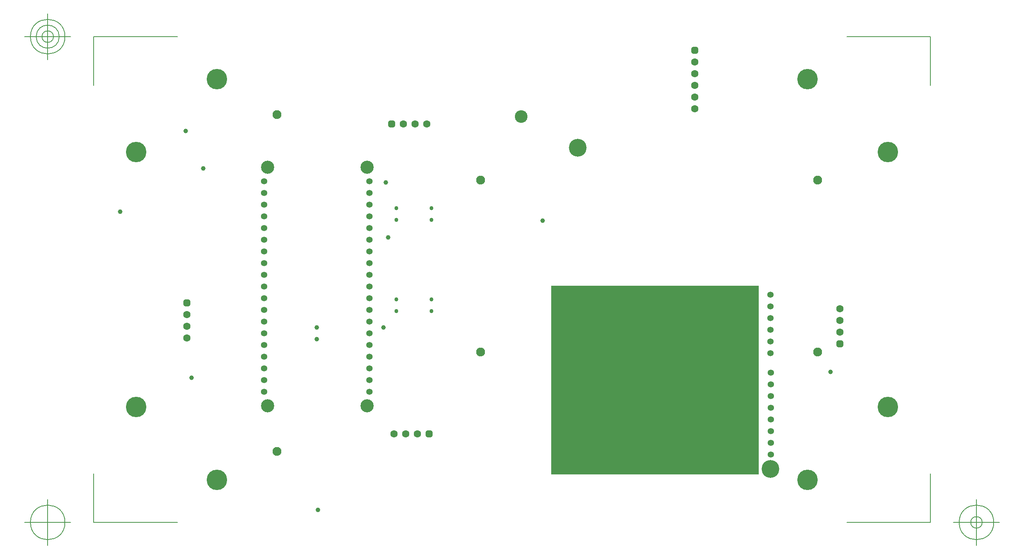
<source format=gbr>
G04 Generated by Ultiboard 14.2 *
%FSLAX24Y24*%
%MOIN*%

%ADD10C,0.0001*%
%ADD11C,0.0050*%
%ADD12C,0.0394*%
%ADD13R,1.7717X1.6142*%
%ADD14C,0.1750*%
%ADD15C,0.0760*%
%ADD16C,0.0337*%
%ADD17C,0.0633*%
%ADD18R,0.0208X0.0208*%
%ADD19C,0.0392*%
%ADD20C,0.0534*%
%ADD21C,0.1124*%
%ADD22C,0.1518*%
%ADD23C,0.1083*%


G04 ColorRGB 9900CC for the following layer *
%LNSolder Mask Bottom*%
%LPD*%
G54D10*
G54D11*
X-35743Y-20768D02*
X-35743Y-16614D01*
X-35743Y-20768D02*
X-28594Y-20768D01*
X35743Y-20768D02*
X28594Y-20768D01*
X35743Y-20768D02*
X35743Y-16614D01*
X35743Y20768D02*
X35743Y16614D01*
X35743Y20768D02*
X28594Y20768D01*
X-35743Y20768D02*
X-28594Y20768D01*
X-35743Y20768D02*
X-35743Y16614D01*
X-37711Y-20768D02*
X-41648Y-20768D01*
X-39680Y-22736D02*
X-39680Y-18799D01*
X-41156Y-20768D02*
G75*
D01*
G02X-41156Y-20768I1476J0*
G01*
X37711Y-20768D02*
X41648Y-20768D01*
X39680Y-22736D02*
X39680Y-18799D01*
X38203Y-20768D02*
G75*
D01*
G02X38203Y-20768I1477J0*
G01*
X39188Y-20768D02*
G75*
D01*
G02X39188Y-20768I492J0*
G01*
X-37711Y20768D02*
X-41648Y20768D01*
X-39680Y18799D02*
X-39680Y22736D01*
X-41156Y20768D02*
G75*
D01*
G02X-41156Y20768I1476J0*
G01*
X-40664Y20768D02*
G75*
D01*
G02X-40664Y20768I984J0*
G01*
X-40172Y20768D02*
G75*
D01*
G02X-40172Y20768I492J0*
G01*
G54D12*
X-33500Y5800D03*
X-26400Y9500D03*
X-27400Y-8400D03*
X-16600Y-19700D03*
X27200Y-7900D03*
X-10600Y3600D03*
X-10800Y8300D03*
X-11000Y-4100D03*
X-16700Y-4100D03*
X-16700Y-5100D03*
X2624Y5027D03*
X-27900Y12700D03*
G54D13*
X12200Y-8600D03*
G54D14*
X-25240Y17140D03*
X25240Y17140D03*
X32110Y10890D03*
X32110Y-10890D03*
X-32110Y10890D03*
X-25240Y-17140D03*
X25240Y-17140D03*
X-32110Y-10890D03*
G54D15*
X-2700Y-6200D03*
X26100Y-6200D03*
X-20100Y-14700D03*
X-20100Y14100D03*
X26100Y8500D03*
X-2700Y8500D03*
G54D16*
X-6900Y5100D03*
X-6900Y6100D03*
X-9900Y5100D03*
X-9900Y6100D03*
X-9900Y-1700D03*
X-9900Y-2700D03*
X-6900Y-1700D03*
X-6900Y-2700D03*
G54D17*
X-27800Y-4000D03*
X-27800Y-3000D03*
X-27800Y-5000D03*
X-8300Y13300D03*
X-9300Y13300D03*
X-7300Y13300D03*
X-9096Y-13196D03*
X-8096Y-13196D03*
X-10096Y-13196D03*
X28000Y-3500D03*
X28000Y-4500D03*
X28000Y-2500D03*
X15600Y18600D03*
X15600Y17600D03*
X15600Y15600D03*
X15600Y16600D03*
X15600Y14600D03*
G54D18*
X-27800Y-2000D03*
X-10300Y13300D03*
X-7096Y-13196D03*
X28000Y-5500D03*
X15600Y19600D03*
G54D19*
X-27904Y-2104D02*
X-27696Y-2104D01*
X-27696Y-1896D01*
X-27904Y-1896D01*
X-27904Y-2104D01*D02*
X-10404Y13196D02*
X-10196Y13196D01*
X-10196Y13404D01*
X-10404Y13404D01*
X-10404Y13196D01*D02*
X-7200Y-13300D02*
X-6992Y-13300D01*
X-6992Y-13092D01*
X-7200Y-13092D01*
X-7200Y-13300D01*D02*
X27896Y-5604D02*
X28104Y-5604D01*
X28104Y-5396D01*
X27896Y-5396D01*
X27896Y-5604D01*D02*
X15496Y19496D02*
X15704Y19496D01*
X15704Y19704D01*
X15496Y19704D01*
X15496Y19496D01*D02*
G54D20*
X-12200Y-9600D03*
X-12200Y-8600D03*
X-12200Y-7600D03*
X-12200Y-6600D03*
X-12200Y-5600D03*
X-12200Y-4600D03*
X-12200Y-3600D03*
X-12200Y-2600D03*
X-12200Y-1600D03*
X-12200Y-600D03*
X-12200Y400D03*
X-12200Y1400D03*
X-12200Y2400D03*
X-12200Y3400D03*
X-12200Y4400D03*
X-12200Y5400D03*
X-12200Y6400D03*
X-12200Y7400D03*
X-12200Y8400D03*
X-21200Y-9600D03*
X-21200Y-8600D03*
X-21200Y-7600D03*
X-21200Y-6600D03*
X-21200Y-5600D03*
X-21200Y-4600D03*
X-21200Y-3600D03*
X-21200Y-2600D03*
X-21200Y-1600D03*
X-21200Y-600D03*
X-21200Y400D03*
X-21200Y1400D03*
X-21200Y2400D03*
X-21200Y3400D03*
X-21200Y4400D03*
X-21200Y5400D03*
X-21200Y6400D03*
X-21200Y7400D03*
X-21200Y8400D03*
X22100Y-7955D03*
X22100Y-8955D03*
X22100Y-9955D03*
X22100Y-10955D03*
X22100Y-11955D03*
X22100Y-12955D03*
X22100Y-13955D03*
X22100Y-14955D03*
X22092Y-6314D03*
X22092Y-5314D03*
X22092Y-4314D03*
X22092Y-3314D03*
X22092Y-2314D03*
X22092Y-1314D03*
G54D21*
X-12400Y-10800D03*
X-20900Y-10800D03*
X-20900Y9600D03*
X-12400Y9600D03*
G54D22*
X5596Y11265D03*
X22092Y-16195D03*
G54D23*
X773Y13929D03*

M02*

</source>
